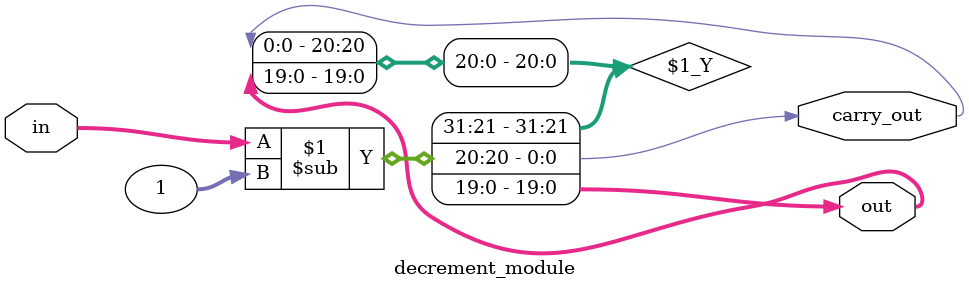
<source format=v>
module decrement_module(input wire [19:0] in, output wire [19:0] out, output wire carry_out);

    assign {carry_out, out} = in-1;

endmodule
</source>
